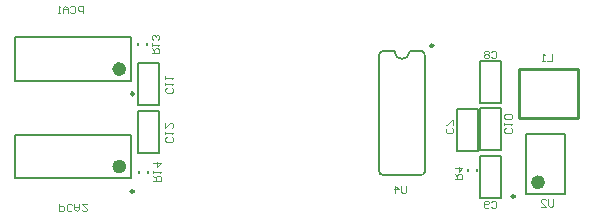
<source format=gbo>
G04*
G04 #@! TF.GenerationSoftware,Altium Limited,Altium Designer,22.5.1 (42)*
G04*
G04 Layer_Color=32896*
%FSLAX25Y25*%
%MOIN*%
G70*
G04*
G04 #@! TF.SameCoordinates,6DAD0714-FCB9-4B36-A7BF-7B223F3C5BEE*
G04*
G04*
G04 #@! TF.FilePolarity,Positive*
G04*
G01*
G75*
%ADD10C,0.01000*%
%ADD11C,0.00787*%
%ADD14C,0.00400*%
%ADD84C,0.00984*%
%ADD85C,0.02362*%
%ADD86C,0.00800*%
D10*
X143524Y98500D02*
G03*
X143524Y98500I-500J0D01*
G01*
X172055Y90768D02*
X181898D01*
X172055Y74232D02*
Y90768D01*
Y74232D02*
X191740D01*
Y90768D01*
X181898D02*
X191740D01*
D11*
X158543Y63413D02*
Y77342D01*
X151457Y63413D02*
Y77342D01*
Y63413D02*
X158543D01*
X151495Y77342D02*
X158543D01*
X166043Y63566D02*
Y77496D01*
X158957Y63566D02*
Y77496D01*
Y63566D02*
X166043D01*
X158994Y77496D02*
X166043D01*
Y79413D02*
Y93343D01*
X158957Y79413D02*
Y93343D01*
Y79413D02*
X166043D01*
X158994Y93343D02*
X166043D01*
X155043Y56606D02*
Y57394D01*
X157996Y56606D02*
Y57394D01*
X166043Y47720D02*
Y61650D01*
X158957Y47720D02*
Y61650D01*
Y47720D02*
X166043D01*
X158994Y61650D02*
X166043D01*
X4209Y86717D02*
X42791D01*
X4209Y101284D02*
X42791D01*
Y86717D02*
Y101284D01*
X4209Y86717D02*
Y101284D01*
X45043Y98606D02*
Y99394D01*
X47996Y98606D02*
Y99394D01*
X52043Y78720D02*
Y92650D01*
X44957Y78720D02*
Y92650D01*
Y78720D02*
X52043D01*
X44995Y92650D02*
X52043D01*
Y62720D02*
Y76650D01*
X44957Y62720D02*
Y76650D01*
Y62720D02*
X52043D01*
X44995Y76650D02*
X52043D01*
X48457Y55862D02*
Y56650D01*
X45504Y55862D02*
Y56650D01*
X4209Y54216D02*
Y68783D01*
X42791Y54216D02*
Y68783D01*
X4209D02*
X42791D01*
X4209Y54216D02*
X42791D01*
X174504Y48961D02*
Y69039D01*
X187496Y48961D02*
Y69039D01*
X174504Y48961D02*
X187496D01*
X174504Y69039D02*
X187496D01*
D14*
X149833Y71042D02*
X150250Y70626D01*
Y69792D01*
X149833Y69376D01*
X148167D01*
X147750Y69792D01*
Y70626D01*
X148167Y71042D01*
X150250Y71875D02*
Y73541D01*
X149833D01*
X148167Y71875D01*
X147750D01*
X169333Y71042D02*
X169750Y70626D01*
Y69792D01*
X169333Y69376D01*
X167667D01*
X167250Y69792D01*
Y70626D01*
X167667Y71042D01*
X167250Y71875D02*
Y72708D01*
Y72292D01*
X169750D01*
X169333Y71875D01*
Y73958D02*
X169750Y74374D01*
Y75208D01*
X169333Y75624D01*
X167667D01*
X167250Y75208D01*
Y74374D01*
X167667Y73958D01*
X169333D01*
X162917Y96333D02*
X163333Y96750D01*
X164166D01*
X164583Y96333D01*
Y94667D01*
X164166Y94250D01*
X163333D01*
X162917Y94667D01*
X162083Y96333D02*
X161667Y96750D01*
X160834D01*
X160417Y96333D01*
Y95916D01*
X160834Y95500D01*
X160417Y95083D01*
Y94667D01*
X160834Y94250D01*
X161667D01*
X162083Y94667D01*
Y95083D01*
X161667Y95500D01*
X162083Y95916D01*
Y96333D01*
X161667Y95500D02*
X160834D01*
X150750Y53917D02*
X153250D01*
Y55167D01*
X152833Y55584D01*
X152000D01*
X151584Y55167D01*
Y53917D01*
Y54750D02*
X150750Y55584D01*
Y57666D02*
X153250D01*
X152000Y56416D01*
Y58083D01*
X162917Y46333D02*
X163333Y46750D01*
X164166D01*
X164583Y46333D01*
Y44667D01*
X164166Y44250D01*
X163333D01*
X162917Y44667D01*
X162083D02*
X161667Y44250D01*
X160834D01*
X160417Y44667D01*
Y46333D01*
X160834Y46750D01*
X161667D01*
X162083Y46333D01*
Y45917D01*
X161667Y45500D01*
X160417D01*
X26665Y109250D02*
Y111750D01*
X25416D01*
X24999Y111333D01*
Y110500D01*
X25416Y110083D01*
X26665D01*
X22500Y111333D02*
X22917Y111750D01*
X23750D01*
X24166Y111333D01*
Y109667D01*
X23750Y109250D01*
X22917D01*
X22500Y109667D01*
X21667Y109250D02*
Y110916D01*
X20834Y111750D01*
X20001Y110916D01*
Y109250D01*
Y110500D01*
X21667D01*
X19168Y109250D02*
X18335D01*
X18751D01*
Y111750D01*
X19168Y111333D01*
X49750Y95876D02*
X52250D01*
Y97126D01*
X51833Y97542D01*
X51000D01*
X50583Y97126D01*
Y95876D01*
Y96709D02*
X49750Y97542D01*
Y98375D02*
Y99208D01*
Y98792D01*
X52250D01*
X51833Y98375D01*
Y100458D02*
X52250Y100874D01*
Y101707D01*
X51833Y102124D01*
X51416D01*
X51000Y101707D01*
Y101291D01*
Y101707D01*
X50583Y102124D01*
X50167D01*
X49750Y101707D01*
Y100874D01*
X50167Y100458D01*
X56333Y84459D02*
X56750Y84042D01*
Y83209D01*
X56333Y82793D01*
X54667D01*
X54250Y83209D01*
Y84042D01*
X54667Y84459D01*
X54250Y85292D02*
Y86125D01*
Y85708D01*
X56750D01*
X56333Y85292D01*
X54250Y87374D02*
Y88208D01*
Y87791D01*
X56750D01*
X56333Y87374D01*
Y68042D02*
X56750Y67626D01*
Y66793D01*
X56333Y66376D01*
X54667D01*
X54250Y66793D01*
Y67626D01*
X54667Y68042D01*
X54250Y68875D02*
Y69708D01*
Y69292D01*
X56750D01*
X56333Y68875D01*
X54250Y72624D02*
Y70958D01*
X55917Y72624D01*
X56333D01*
X56750Y72207D01*
Y71374D01*
X56333Y70958D01*
X50250Y53376D02*
X52750D01*
Y54626D01*
X52333Y55042D01*
X51500D01*
X51083Y54626D01*
Y53376D01*
Y54209D02*
X50250Y55042D01*
Y55875D02*
Y56708D01*
Y56292D01*
X52750D01*
X52333Y55875D01*
X50250Y59207D02*
X52750D01*
X51500Y57958D01*
Y59624D01*
X18918Y45750D02*
Y43250D01*
X20168D01*
X20584Y43667D01*
Y44500D01*
X20168Y44916D01*
X18918D01*
X23083Y43667D02*
X22667Y43250D01*
X21834D01*
X21417Y43667D01*
Y45333D01*
X21834Y45750D01*
X22667D01*
X23083Y45333D01*
X23916Y45750D02*
Y44083D01*
X24750Y43250D01*
X25583Y44083D01*
Y45750D01*
Y44500D01*
X23916D01*
X28082Y45750D02*
X26416D01*
X28082Y44083D01*
Y43667D01*
X27665Y43250D01*
X26832D01*
X26416Y43667D01*
X134583Y51750D02*
Y49667D01*
X134166Y49250D01*
X133333D01*
X132916Y49667D01*
Y51750D01*
X130834Y49250D02*
Y51750D01*
X132083Y50500D01*
X130417D01*
X183583Y47250D02*
Y45167D01*
X183166Y44750D01*
X182333D01*
X181916Y45167D01*
Y47250D01*
X179417Y44750D02*
X181084D01*
X179417Y46417D01*
Y46833D01*
X179834Y47250D01*
X180667D01*
X181084Y46833D01*
X183166Y95750D02*
Y93250D01*
X181500D01*
X180667D02*
X179834D01*
X180250D01*
Y95750D01*
X180667Y95333D01*
D84*
X43677Y82386D02*
G03*
X43677Y82386I-492J0D01*
G01*
Y49886D02*
G03*
X43677Y49886I-492J0D01*
G01*
X170665Y48153D02*
G03*
X170665Y48153I-492J0D01*
G01*
D85*
X40035Y90654D02*
G03*
X40035Y90654I-1181J0D01*
G01*
Y58153D02*
G03*
X40035Y58153I-1181J0D01*
G01*
X179622Y52898D02*
G03*
X179622Y52898I-1181J0D01*
G01*
D86*
X139177Y55301D02*
G03*
X140685Y56397I206J1302D01*
G01*
X127266Y96699D02*
G03*
X125362Y95212I-208J-1695D01*
G01*
X125361Y56800D02*
G03*
X126861Y55300I1500J0D01*
G01*
X140685Y95191D02*
G03*
X139589Y96699I-1302J206D01*
G01*
X130624Y96500D02*
G03*
X135624Y96500I2500J0D01*
G01*
X125361Y56800D02*
Y95200D01*
X140686Y56406D02*
Y95200D01*
X126861Y55300D02*
X139186D01*
X127305Y96700D02*
X130624D01*
X135624D02*
X139580D01*
M02*

</source>
